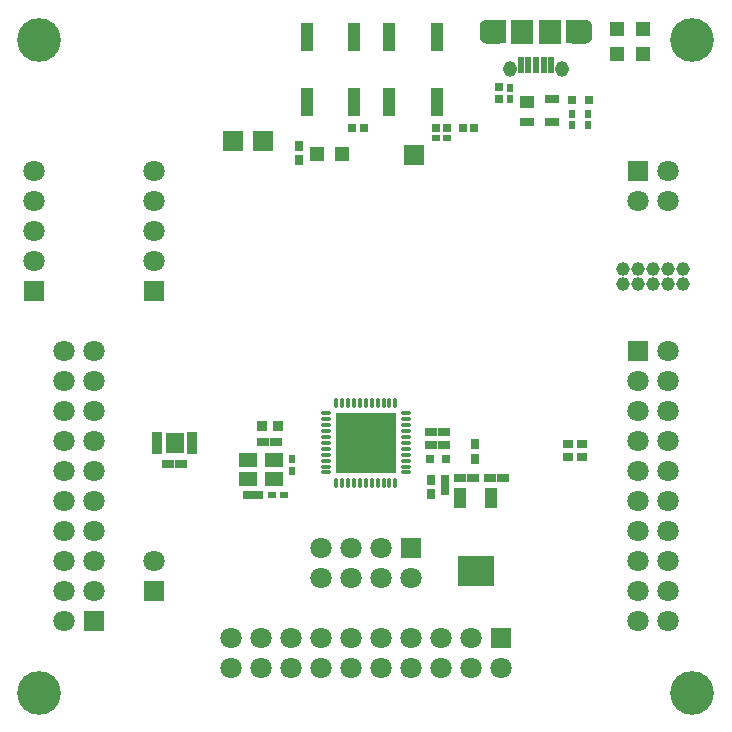
<source format=gts>
G04 Layer_Color=8388736*
%FSLAX43Y43*%
%MOMM*%
G71*
G01*
G75*
%ADD57C,1.800*%
%ADD85R,0.700X1.800*%
%ADD86R,0.850X1.950*%
%ADD87R,1.800X0.700*%
%ADD88R,1.500X1.250*%
%ADD89R,1.000X0.700*%
%ADD90R,0.700X0.600*%
%ADD91R,0.700X0.650*%
%ADD92R,0.600X0.750*%
%ADD93R,0.750X0.900*%
%ADD94R,1.300X1.300*%
%ADD95R,1.300X1.300*%
%ADD96R,0.750X0.600*%
%ADD97R,0.900X0.750*%
%ADD98R,0.862X0.862*%
%ADD99R,0.600X0.700*%
%ADD100R,0.800X0.800*%
%ADD101R,0.650X0.700*%
%ADD102R,1.200X0.700*%
%ADD103R,1.200X1.100*%
%ADD104R,5.200X5.200*%
%ADD105O,0.800X0.400*%
%ADD106O,0.400X0.800*%
%ADD107R,1.100X1.700*%
%ADD108R,3.100X2.600*%
%ADD109R,0.500X1.450*%
%ADD110R,0.850X0.450*%
%ADD111R,1.550X1.750*%
%ADD112R,1.100X2.350*%
%ADD113R,1.900X2.000*%
%ADD114R,1.800X1.800*%
%ADD115C,3.700*%
%ADD116R,1.800X1.800*%
G04:AMPARAMS|DCode=117|XSize=2.2mm|YSize=2mm|CornerRadius=0.544mm|HoleSize=0mm|Usage=FLASHONLY|Rotation=0.000|XOffset=0mm|YOffset=0mm|HoleType=Round|Shape=RoundedRectangle|*
%AMROUNDEDRECTD117*
21,1,2.200,0.912,0,0,0.0*
21,1,1.112,2.000,0,0,0.0*
1,1,1.088,0.556,-0.456*
1,1,1.088,-0.556,-0.456*
1,1,1.088,-0.556,0.456*
1,1,1.088,0.556,0.456*
%
%ADD117ROUNDEDRECTD117*%
G04:AMPARAMS|DCode=118|XSize=1.15mm|YSize=1.35mm|CornerRadius=0.575mm|HoleSize=0mm|Usage=FLASHONLY|Rotation=180.000|XOffset=0mm|YOffset=0mm|HoleType=Round|Shape=RoundedRectangle|*
%AMROUNDEDRECTD118*
21,1,1.150,0.200,0,0,180.0*
21,1,0.000,1.350,0,0,180.0*
1,1,1.150,0.000,0.100*
1,1,1.150,0.000,0.100*
1,1,1.150,0.000,-0.100*
1,1,1.150,0.000,-0.100*
%
%ADD118ROUNDEDRECTD118*%
%ADD119C,1.150*%
G36*
X-11398Y-675D02*
X-11396Y-675D01*
X-11348Y-679D01*
X-11347Y-679D01*
X-11345Y-679D01*
X-11292Y-686D01*
X-11289Y-687D01*
X-11285Y-688D01*
X-11232Y-703D01*
X-11230Y-703D01*
X-11228Y-704D01*
X-11185Y-720D01*
X-11183Y-721D01*
X-11181Y-722D01*
X-11139Y-742D01*
X-11137Y-743D01*
X-11134Y-745D01*
X-11090Y-773D01*
X-11088Y-774D01*
X-11087Y-775D01*
X-11049Y-804D01*
X-11047Y-805D01*
X-11046Y-806D01*
X-11007Y-840D01*
X-11004Y-843D01*
X-11001Y-846D01*
X-10972Y-882D01*
X-10971Y-883D01*
X-10971Y-884D01*
X-10943Y-921D01*
X-10941Y-923D01*
X-10940Y-926D01*
X-10916Y-967D01*
X-10915Y-969D01*
X-10914Y-970D01*
X-10894Y-1012D01*
X-10893Y-1014D01*
X-10892Y-1016D01*
X-10876Y-1058D01*
X-10875Y-1061D01*
X-10874Y-1064D01*
X-10862Y-1115D01*
X-10862Y-1117D01*
X-10861Y-1119D01*
X-10854Y-1164D01*
X-10854Y-1166D01*
X-10854Y-1168D01*
X-10850Y-1221D01*
X-10850Y-1223D01*
X-10850Y-1225D01*
Y-2125D01*
X-10850Y-2127D01*
X-10850Y-2129D01*
X-10854Y-2184D01*
X-10854Y-2186D01*
X-10855Y-2189D01*
X-10863Y-2234D01*
X-10863Y-2235D01*
X-10863Y-2237D01*
X-10875Y-2287D01*
X-10876Y-2290D01*
X-10877Y-2294D01*
X-10893Y-2334D01*
X-10906Y-2366D01*
X-10908Y-2370D01*
X-10910Y-2373D01*
X-10935Y-2416D01*
X-10936Y-2418D01*
X-10937Y-2420D01*
X-10963Y-2457D01*
X-10964Y-2458D01*
X-10965Y-2460D01*
X-10996Y-2498D01*
X-10999Y-2500D01*
X-11001Y-2503D01*
X-11046Y-2544D01*
X-11048Y-2546D01*
X-11050Y-2547D01*
X-11090Y-2577D01*
X-11092Y-2578D01*
X-11093Y-2579D01*
X-11139Y-2609D01*
X-11142Y-2610D01*
X-11145Y-2612D01*
X-11198Y-2636D01*
X-11201Y-2637D01*
X-11205Y-2638D01*
X-11292Y-2664D01*
X-11297Y-2665D01*
X-11301Y-2666D01*
X-11301Y-2666D01*
X-11301Y-2666D01*
X-11301D01*
X-11395Y-2675D01*
X-11398Y-2675D01*
X-11400Y-2675D01*
X-13000D01*
X-13010Y-2674D01*
X-13019Y-2671D01*
X-13028Y-2667D01*
X-13036Y-2661D01*
X-13042Y-2653D01*
X-13046Y-2644D01*
X-13049Y-2635D01*
X-13050Y-2625D01*
Y-725D01*
X-13049Y-715D01*
X-13046Y-706D01*
X-13042Y-697D01*
X-13036Y-689D01*
X-13028Y-683D01*
X-13019Y-679D01*
X-13010Y-676D01*
X-13000Y-675D01*
X-11400D01*
X-11398Y-675D01*
D02*
G37*
G36*
X-18190Y-676D02*
X-18181Y-679D01*
X-18172Y-683D01*
X-18164Y-689D01*
X-18158Y-697D01*
X-18154Y-706D01*
X-18151Y-715D01*
X-18150Y-725D01*
Y-2625D01*
X-18151Y-2635D01*
X-18154Y-2644D01*
X-18158Y-2653D01*
X-18164Y-2661D01*
X-18172Y-2667D01*
X-18181Y-2671D01*
X-18190Y-2674D01*
X-18200Y-2675D01*
X-19800D01*
X-19802Y-2675D01*
X-19804Y-2675D01*
X-19852Y-2671D01*
X-19853Y-2671D01*
X-19855Y-2671D01*
X-19908Y-2664D01*
X-19911Y-2663D01*
X-19915Y-2662D01*
X-19968Y-2647D01*
X-19970Y-2647D01*
X-19972Y-2646D01*
X-20015Y-2630D01*
X-20017Y-2629D01*
X-20019Y-2628D01*
X-20061Y-2608D01*
X-20063Y-2607D01*
X-20066Y-2605D01*
X-20110Y-2577D01*
X-20112Y-2576D01*
X-20113Y-2575D01*
X-20151Y-2546D01*
X-20153Y-2545D01*
X-20154Y-2544D01*
X-20193Y-2510D01*
X-20196Y-2507D01*
X-20199Y-2504D01*
X-20228Y-2468D01*
X-20229Y-2467D01*
X-20229Y-2466D01*
X-20257Y-2429D01*
X-20259Y-2427D01*
X-20260Y-2424D01*
X-20284Y-2383D01*
X-20285Y-2381D01*
X-20286Y-2380D01*
X-20306Y-2338D01*
X-20307Y-2336D01*
X-20308Y-2334D01*
X-20324Y-2292D01*
X-20325Y-2289D01*
X-20326Y-2286D01*
X-20338Y-2235D01*
X-20338Y-2233D01*
X-20339Y-2231D01*
X-20346Y-2186D01*
X-20346Y-2184D01*
X-20346Y-2182D01*
X-20350Y-2129D01*
X-20350Y-2127D01*
X-20350Y-2125D01*
Y-1225D01*
X-20350Y-1223D01*
X-20350Y-1221D01*
X-20346Y-1166D01*
X-20346Y-1164D01*
X-20345Y-1161D01*
X-20337Y-1116D01*
X-20337Y-1115D01*
X-20337Y-1113D01*
X-20325Y-1063D01*
X-20324Y-1060D01*
X-20323Y-1056D01*
X-20307Y-1016D01*
X-20294Y-984D01*
X-20292Y-980D01*
X-20290Y-977D01*
X-20265Y-934D01*
X-20264Y-932D01*
X-20263Y-930D01*
X-20237Y-893D01*
X-20236Y-892D01*
X-20235Y-890D01*
X-20204Y-852D01*
X-20201Y-850D01*
X-20199Y-847D01*
X-20154Y-806D01*
X-20152Y-804D01*
X-20150Y-803D01*
X-20110Y-773D01*
X-20108Y-772D01*
X-20107Y-771D01*
X-20061Y-742D01*
X-20058Y-740D01*
X-20055Y-738D01*
X-20002Y-714D01*
X-19999Y-713D01*
X-19995Y-712D01*
X-19908Y-686D01*
X-19903Y-685D01*
X-19899Y-684D01*
X-19899Y-684D01*
X-19899Y-684D01*
X-19899D01*
X-19805Y-675D01*
X-19802Y-675D01*
X-19800Y-675D01*
X-18200D01*
X-18190Y-676D01*
D02*
G37*
D57*
X-4430Y-13490D02*
D03*
Y-16030D02*
D03*
X-6970D02*
D03*
X-47950Y-46510D02*
D03*
X-41430Y-55570D02*
D03*
X-31270Y-53030D02*
D03*
Y-55570D02*
D03*
X-33810D02*
D03*
Y-53030D02*
D03*
X-36350Y-55570D02*
D03*
Y-53030D02*
D03*
X-38890Y-55570D02*
D03*
Y-53030D02*
D03*
X-41430D02*
D03*
X-28730D02*
D03*
X-26190D02*
D03*
Y-55570D02*
D03*
X-23650Y-53030D02*
D03*
Y-55570D02*
D03*
X-21110Y-53030D02*
D03*
Y-55570D02*
D03*
X-18570D02*
D03*
X-28730D02*
D03*
X-55570Y-28730D02*
D03*
X-53030Y-38890D02*
D03*
X-55570D02*
D03*
Y-36350D02*
D03*
X-53030D02*
D03*
X-55570Y-33810D02*
D03*
X-53030D02*
D03*
X-55570Y-31270D02*
D03*
X-53030D02*
D03*
Y-28730D02*
D03*
Y-41430D02*
D03*
Y-43970D02*
D03*
X-55570D02*
D03*
X-53030Y-46510D02*
D03*
X-55570D02*
D03*
X-53030Y-49050D02*
D03*
X-55570D02*
D03*
Y-51590D02*
D03*
Y-41430D02*
D03*
X-47970Y-13490D02*
D03*
Y-16030D02*
D03*
Y-18570D02*
D03*
Y-21110D02*
D03*
X-4430Y-38890D02*
D03*
Y-28730D02*
D03*
Y-31270D02*
D03*
X-6970D02*
D03*
X-4430Y-33810D02*
D03*
X-6970D02*
D03*
X-4430Y-36350D02*
D03*
X-6970D02*
D03*
Y-38890D02*
D03*
Y-51590D02*
D03*
Y-49050D02*
D03*
X-4430D02*
D03*
X-6970Y-46510D02*
D03*
X-4430D02*
D03*
X-6970Y-43970D02*
D03*
X-4430D02*
D03*
Y-41430D02*
D03*
X-6970D02*
D03*
X-4430Y-51590D02*
D03*
X-58130Y-21110D02*
D03*
Y-18570D02*
D03*
Y-16030D02*
D03*
Y-13490D02*
D03*
X-28730Y-45410D02*
D03*
X-31270D02*
D03*
X-33810D02*
D03*
X-26190Y-47950D02*
D03*
X-28730D02*
D03*
X-31270D02*
D03*
X-33810D02*
D03*
D85*
X-23325Y-40025D02*
D03*
D86*
X-47650Y-36500D02*
D03*
X-44750D02*
D03*
D87*
X-39550Y-40875D02*
D03*
D88*
X-37775Y-37950D02*
D03*
X-39975D02*
D03*
Y-39550D02*
D03*
X-37775D02*
D03*
D89*
X-19475Y-39500D02*
D03*
X-18375D02*
D03*
X-22000D02*
D03*
X-20900D02*
D03*
X-38672Y-36385D02*
D03*
X-37572D02*
D03*
X-23350Y-36700D02*
D03*
X-24450D02*
D03*
X-23350Y-35600D02*
D03*
X-24450D02*
D03*
X-45650Y-38325D02*
D03*
X-46750D02*
D03*
D90*
X-36925Y-40875D02*
D03*
X-37975Y-40875D02*
D03*
D91*
X-21811Y-9800D02*
D03*
X-20811D02*
D03*
X-23100D02*
D03*
X-24100D02*
D03*
X-30150Y-9850D02*
D03*
X-31150D02*
D03*
D92*
X-12525Y-8625D02*
D03*
Y-9575D02*
D03*
X-11225Y-8625D02*
D03*
Y-9575D02*
D03*
X-17825Y-7375D02*
D03*
Y-6425D02*
D03*
X-23325Y-39550D02*
D03*
Y-40500D02*
D03*
D93*
X-20775Y-37825D02*
D03*
Y-36625D02*
D03*
X-35675Y-12550D02*
D03*
Y-11350D02*
D03*
X-24475Y-39625D02*
D03*
Y-40825D02*
D03*
D94*
X-6500Y-3550D02*
D03*
Y-1450D02*
D03*
X-8750Y-3550D02*
D03*
Y-1450D02*
D03*
D95*
X-32050Y-12000D02*
D03*
X-34150D02*
D03*
D96*
X-24075Y-10675D02*
D03*
X-23125D02*
D03*
X-39075Y-40875D02*
D03*
X-40025D02*
D03*
D97*
X-11725Y-36575D02*
D03*
X-12925D02*
D03*
X-11725Y-37725D02*
D03*
X-12925D02*
D03*
D98*
X-38824Y-35075D02*
D03*
X-37426D02*
D03*
D99*
X-36275Y-37850D02*
D03*
X-36275Y-38900D02*
D03*
D100*
X-24600Y-37850D02*
D03*
X-23200D02*
D03*
X-12525Y-7500D02*
D03*
X-11125D02*
D03*
D101*
X-18725Y-6400D02*
D03*
Y-7400D02*
D03*
D102*
X-14216Y-7400D02*
D03*
Y-9300D02*
D03*
X-16316D02*
D03*
D103*
Y-7600D02*
D03*
D104*
X-30000Y-36500D02*
D03*
D105*
X-26600Y-34500D02*
D03*
Y-35000D02*
D03*
Y-35500D02*
D03*
Y-36000D02*
D03*
Y-36500D02*
D03*
Y-37000D02*
D03*
Y-37500D02*
D03*
Y-38000D02*
D03*
Y-38500D02*
D03*
Y-39000D02*
D03*
X-33400D02*
D03*
Y-38500D02*
D03*
Y-38000D02*
D03*
Y-37500D02*
D03*
Y-37000D02*
D03*
Y-36500D02*
D03*
Y-36000D02*
D03*
Y-35500D02*
D03*
Y-35000D02*
D03*
Y-34500D02*
D03*
Y-34000D02*
D03*
X-26600D02*
D03*
D106*
X-27500Y-39900D02*
D03*
X-28000D02*
D03*
X-28500D02*
D03*
X-29000D02*
D03*
X-29500D02*
D03*
X-30000D02*
D03*
X-30500D02*
D03*
X-31000D02*
D03*
X-31500D02*
D03*
X-32000D02*
D03*
X-32500D02*
D03*
Y-33100D02*
D03*
X-27500D02*
D03*
X-28000D02*
D03*
X-28500D02*
D03*
X-29000D02*
D03*
X-29500D02*
D03*
X-30000D02*
D03*
X-30500D02*
D03*
X-31000D02*
D03*
X-31500D02*
D03*
X-32000D02*
D03*
D107*
X-19400Y-41125D02*
D03*
X-22000D02*
D03*
D108*
X-20700Y-47375D02*
D03*
D109*
X-16900Y-4475D02*
D03*
X-16250D02*
D03*
X-15600D02*
D03*
X-14950D02*
D03*
X-14300D02*
D03*
D110*
X-47650Y-37250D02*
D03*
Y-36750D02*
D03*
Y-36250D02*
D03*
Y-35750D02*
D03*
X-44750D02*
D03*
Y-36250D02*
D03*
Y-36750D02*
D03*
Y-37250D02*
D03*
D111*
X-46200Y-36500D02*
D03*
D112*
X-24000Y-7650D02*
D03*
Y-2150D02*
D03*
X-28000D02*
D03*
Y-7650D02*
D03*
X-31000D02*
D03*
Y-2150D02*
D03*
X-35000D02*
D03*
Y-7650D02*
D03*
D113*
X-14450Y-1675D02*
D03*
X-16750D02*
D03*
D114*
X-6970Y-13490D02*
D03*
X-47950Y-49050D02*
D03*
X-53030Y-51590D02*
D03*
X-47970Y-23650D02*
D03*
X-6970Y-28730D02*
D03*
X-58130Y-23650D02*
D03*
X-25925Y-12125D02*
D03*
D115*
X-57650Y-57650D02*
D03*
X-2350D02*
D03*
X-57650Y-2350D02*
D03*
X-2350D02*
D03*
D116*
X-18570Y-53030D02*
D03*
X-41270Y-10950D02*
D03*
X-38730D02*
D03*
X-26190Y-45410D02*
D03*
D117*
X-11950Y-1675D02*
D03*
X-19250D02*
D03*
D118*
X-17825Y-4800D02*
D03*
X-13375D02*
D03*
D119*
X-3160Y-21740D02*
D03*
X-4430D02*
D03*
X-5700D02*
D03*
X-6970D02*
D03*
Y-23010D02*
D03*
X-5700D02*
D03*
X-4430D02*
D03*
X-3160D02*
D03*
X-8240D02*
D03*
Y-21740D02*
D03*
M02*

</source>
